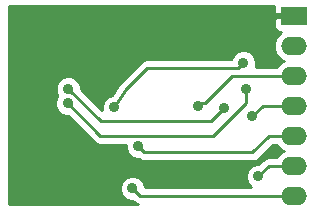
<source format=gbl>
G04 (created by PCBNEW-RS274X (2012-jan-04)-stable) date Fri 25 Jan 2013 15:52:51 CET*
G01*
G70*
G90*
%MOIN*%
G04 Gerber Fmt 3.4, Leading zero omitted, Abs format*
%FSLAX34Y34*%
G04 APERTURE LIST*
%ADD10C,0.006000*%
%ADD11R,0.086600X0.060000*%
%ADD12O,0.086600X0.060000*%
%ADD13C,0.035000*%
%ADD14C,0.010000*%
G04 APERTURE END LIST*
G54D10*
G54D11*
X66400Y-39050D03*
G54D12*
X66400Y-40050D03*
X66400Y-41050D03*
X66400Y-42050D03*
X66400Y-43050D03*
X66400Y-44050D03*
X66400Y-45050D03*
G54D13*
X60400Y-42100D03*
X64700Y-40625D03*
X65000Y-42400D03*
X61200Y-43400D03*
X66400Y-40050D03*
X63180Y-42040D03*
X66400Y-41050D03*
X65200Y-44400D03*
X61000Y-44800D03*
X60700Y-40775D03*
X59300Y-40375D03*
X64800Y-41480D03*
X58840Y-41960D03*
X58860Y-41480D03*
X64060Y-42120D03*
G54D14*
X60800Y-41500D02*
X60400Y-42100D01*
X64700Y-40625D02*
X64525Y-40800D01*
X61500Y-40800D02*
X60800Y-41500D01*
X64525Y-40800D02*
X61500Y-40800D01*
X65000Y-42400D02*
X65350Y-42050D01*
X65350Y-42050D02*
X66400Y-42050D01*
X61200Y-43400D02*
X61400Y-43600D01*
X65000Y-43600D02*
X65550Y-43050D01*
X65550Y-43050D02*
X66400Y-43050D01*
X61400Y-43600D02*
X65000Y-43600D01*
X66390Y-41040D02*
X66400Y-41050D01*
X64320Y-41040D02*
X66390Y-41040D01*
X63420Y-41940D02*
X64320Y-41040D01*
X63280Y-41940D02*
X63420Y-41940D01*
X63180Y-42040D02*
X63280Y-41940D01*
X65200Y-44400D02*
X65550Y-44050D01*
X65550Y-44050D02*
X66400Y-44050D01*
X61000Y-44800D02*
X61250Y-45050D01*
X61250Y-45050D02*
X66400Y-45050D01*
X59300Y-40375D02*
X59425Y-40500D01*
X60700Y-40600D02*
X60700Y-40775D01*
X60600Y-40500D02*
X60700Y-40600D01*
X59425Y-40500D02*
X60600Y-40500D01*
X64780Y-41940D02*
X64780Y-41500D01*
X64780Y-41500D02*
X64800Y-41480D01*
X58840Y-41960D02*
X59920Y-43040D01*
X59920Y-43040D02*
X63680Y-43040D01*
X63680Y-43040D02*
X64780Y-41940D01*
X64780Y-41940D02*
X64800Y-41920D01*
X58860Y-41480D02*
X59940Y-42560D01*
X59940Y-42560D02*
X63620Y-42560D01*
X63620Y-42560D02*
X64060Y-42120D01*
G54D10*
G36*
X66450Y-39100D02*
X66350Y-39100D01*
X66300Y-39100D01*
X65779Y-39100D01*
X65717Y-39162D01*
X65718Y-39399D01*
X65756Y-39491D01*
X65826Y-39561D01*
X65917Y-39599D01*
X65941Y-39599D01*
X65797Y-39744D01*
X65714Y-39942D01*
X65714Y-40157D01*
X65796Y-40356D01*
X65948Y-40507D01*
X66050Y-40549D01*
X65948Y-40592D01*
X65800Y-40740D01*
X65112Y-40740D01*
X65125Y-40710D01*
X65125Y-40541D01*
X65061Y-40385D01*
X64941Y-40265D01*
X64785Y-40200D01*
X64616Y-40200D01*
X64460Y-40264D01*
X64340Y-40384D01*
X64291Y-40500D01*
X61500Y-40500D01*
X61385Y-40523D01*
X61288Y-40588D01*
X61287Y-40588D01*
X61287Y-40589D01*
X60588Y-41288D01*
X60571Y-41312D01*
X60550Y-41334D01*
X60322Y-41675D01*
X60316Y-41675D01*
X60160Y-41739D01*
X60040Y-41859D01*
X59975Y-42015D01*
X59975Y-42171D01*
X59285Y-41481D01*
X59285Y-41396D01*
X59221Y-41240D01*
X59101Y-41120D01*
X58945Y-41055D01*
X58776Y-41055D01*
X58620Y-41119D01*
X58500Y-41239D01*
X58435Y-41395D01*
X58435Y-41564D01*
X58493Y-41705D01*
X58480Y-41719D01*
X58415Y-41875D01*
X58415Y-42044D01*
X58479Y-42200D01*
X58599Y-42320D01*
X58755Y-42385D01*
X58841Y-42385D01*
X59708Y-43252D01*
X59805Y-43317D01*
X59920Y-43340D01*
X60775Y-43340D01*
X60775Y-43484D01*
X60839Y-43640D01*
X60959Y-43760D01*
X61115Y-43825D01*
X61206Y-43825D01*
X61207Y-43825D01*
X61285Y-43877D01*
X61399Y-43899D01*
X61400Y-43900D01*
X65000Y-43900D01*
X65115Y-43877D01*
X65212Y-43812D01*
X65674Y-43350D01*
X65793Y-43350D01*
X65796Y-43356D01*
X65948Y-43507D01*
X66050Y-43549D01*
X65948Y-43592D01*
X65797Y-43744D01*
X65794Y-43750D01*
X65550Y-43750D01*
X65435Y-43773D01*
X65338Y-43838D01*
X65337Y-43838D01*
X65337Y-43839D01*
X65201Y-43975D01*
X65116Y-43975D01*
X64960Y-44039D01*
X64840Y-44159D01*
X64775Y-44315D01*
X64775Y-44484D01*
X64839Y-44640D01*
X64949Y-44750D01*
X61425Y-44750D01*
X61425Y-44716D01*
X61361Y-44560D01*
X61241Y-44440D01*
X61085Y-44375D01*
X60916Y-44375D01*
X60760Y-44439D01*
X60640Y-44559D01*
X60575Y-44715D01*
X60575Y-44884D01*
X60639Y-45040D01*
X60759Y-45160D01*
X60915Y-45225D01*
X61000Y-45225D01*
X61037Y-45262D01*
X61038Y-45262D01*
X61135Y-45327D01*
X61175Y-45335D01*
X56885Y-45335D01*
X56885Y-38725D01*
X65717Y-38725D01*
X65717Y-38938D01*
X65779Y-39000D01*
X66300Y-39000D01*
X66350Y-39000D01*
X66450Y-39000D01*
X66450Y-39100D01*
X66450Y-39100D01*
G37*
G54D14*
X66450Y-39100D02*
X66350Y-39100D01*
X66300Y-39100D01*
X65779Y-39100D01*
X65717Y-39162D01*
X65718Y-39399D01*
X65756Y-39491D01*
X65826Y-39561D01*
X65917Y-39599D01*
X65941Y-39599D01*
X65797Y-39744D01*
X65714Y-39942D01*
X65714Y-40157D01*
X65796Y-40356D01*
X65948Y-40507D01*
X66050Y-40549D01*
X65948Y-40592D01*
X65800Y-40740D01*
X65112Y-40740D01*
X65125Y-40710D01*
X65125Y-40541D01*
X65061Y-40385D01*
X64941Y-40265D01*
X64785Y-40200D01*
X64616Y-40200D01*
X64460Y-40264D01*
X64340Y-40384D01*
X64291Y-40500D01*
X61500Y-40500D01*
X61385Y-40523D01*
X61288Y-40588D01*
X61287Y-40588D01*
X61287Y-40589D01*
X60588Y-41288D01*
X60571Y-41312D01*
X60550Y-41334D01*
X60322Y-41675D01*
X60316Y-41675D01*
X60160Y-41739D01*
X60040Y-41859D01*
X59975Y-42015D01*
X59975Y-42171D01*
X59285Y-41481D01*
X59285Y-41396D01*
X59221Y-41240D01*
X59101Y-41120D01*
X58945Y-41055D01*
X58776Y-41055D01*
X58620Y-41119D01*
X58500Y-41239D01*
X58435Y-41395D01*
X58435Y-41564D01*
X58493Y-41705D01*
X58480Y-41719D01*
X58415Y-41875D01*
X58415Y-42044D01*
X58479Y-42200D01*
X58599Y-42320D01*
X58755Y-42385D01*
X58841Y-42385D01*
X59708Y-43252D01*
X59805Y-43317D01*
X59920Y-43340D01*
X60775Y-43340D01*
X60775Y-43484D01*
X60839Y-43640D01*
X60959Y-43760D01*
X61115Y-43825D01*
X61206Y-43825D01*
X61207Y-43825D01*
X61285Y-43877D01*
X61399Y-43899D01*
X61400Y-43900D01*
X65000Y-43900D01*
X65115Y-43877D01*
X65212Y-43812D01*
X65674Y-43350D01*
X65793Y-43350D01*
X65796Y-43356D01*
X65948Y-43507D01*
X66050Y-43549D01*
X65948Y-43592D01*
X65797Y-43744D01*
X65794Y-43750D01*
X65550Y-43750D01*
X65435Y-43773D01*
X65338Y-43838D01*
X65337Y-43838D01*
X65337Y-43839D01*
X65201Y-43975D01*
X65116Y-43975D01*
X64960Y-44039D01*
X64840Y-44159D01*
X64775Y-44315D01*
X64775Y-44484D01*
X64839Y-44640D01*
X64949Y-44750D01*
X61425Y-44750D01*
X61425Y-44716D01*
X61361Y-44560D01*
X61241Y-44440D01*
X61085Y-44375D01*
X60916Y-44375D01*
X60760Y-44439D01*
X60640Y-44559D01*
X60575Y-44715D01*
X60575Y-44884D01*
X60639Y-45040D01*
X60759Y-45160D01*
X60915Y-45225D01*
X61000Y-45225D01*
X61037Y-45262D01*
X61038Y-45262D01*
X61135Y-45327D01*
X61175Y-45335D01*
X56885Y-45335D01*
X56885Y-38725D01*
X65717Y-38725D01*
X65717Y-38938D01*
X65779Y-39000D01*
X66300Y-39000D01*
X66350Y-39000D01*
X66450Y-39000D01*
X66450Y-39100D01*
M02*

</source>
